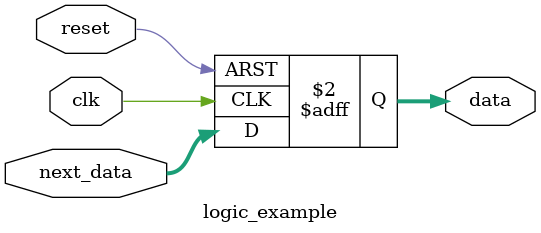
<source format=sv>
/*
1-always block will work at positive edge of clock signal or reset.
2-if reset is true, then reset data. else, data will be updated with the value of next data.
3-"<=" used to assign in the always. because it works like sequential logic. updates values at the end of the function.
*/

module logic_example(input logic clk, input logic reset, input logic [3:0]
next_data, output logic [3:0] data);

 always @(posedge clk or posedge reset) begin
   
	if (reset)
		data <= 4'b0000; // Reset condition
	else
		data <= next_data; // Store next_data on clock edge
 end
endmodule
</source>
